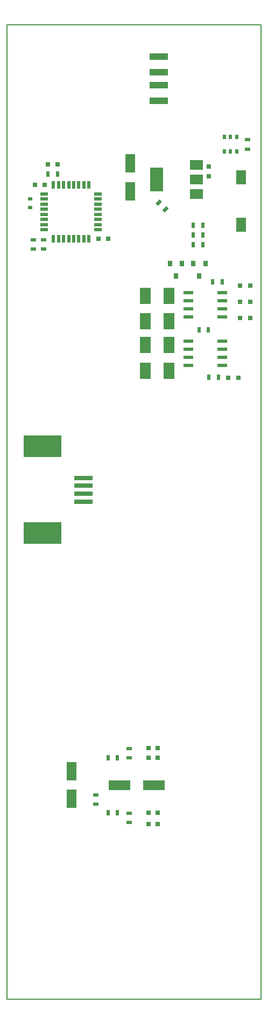
<source format=gbr>
G04 #@! TF.GenerationSoftware,KiCad,Pcbnew,(5.0.0-rc2-dev-311-g1dd4af297)*
G04 #@! TF.CreationDate,2018-06-08T08:48:50+02:00*
G04 #@! TF.ProjectId,resetUSB,72657365745553422E6B696361645F70,1.0*
G04 #@! TF.SameCoordinates,PX6ad8e7cPY2bcdfd4*
G04 #@! TF.FileFunction,Paste,Top*
G04 #@! TF.FilePolarity,Positive*
%FSLAX46Y46*%
G04 Gerber Fmt 4.6, Leading zero omitted, Abs format (unit mm)*
G04 Created by KiCad (PCBNEW (5.0.0-rc2-dev-311-g1dd4af297)) date 06/08/18 08:48:50*
%MOMM*%
%LPD*%
G01*
G04 APERTURE LIST*
%ADD10C,0.200000*%
%ADD11R,0.800000X0.750000*%
%ADD12R,0.500000X0.900000*%
%ADD13R,1.600000X3.000000*%
%ADD14R,0.900000X0.500000*%
%ADD15R,3.500000X1.600000*%
%ADD16R,3.000000X0.700000*%
%ADD17R,6.040000X3.400000*%
%ADD18R,1.800000X2.500000*%
%ADD19R,0.800000X0.900000*%
%ADD20R,1.550000X0.600000*%
%ADD21R,0.800000X0.800000*%
%ADD22R,0.600000X1.200000*%
%ADD23R,1.200000X0.600000*%
%ADD24R,3.000000X1.000000*%
%ADD25R,0.750000X0.800000*%
%ADD26R,2.000000X1.500000*%
%ADD27R,2.000000X3.800000*%
%ADD28R,1.600000X2.180000*%
%ADD29C,0.500000*%
%ADD30C,0.100000*%
%ADD31R,0.700000X0.600000*%
%ADD32R,0.510000X0.700000*%
G04 APERTURE END LIST*
D10*
X0Y0D02*
X0Y-153000000D01*
X40000000Y0D02*
X0Y0D01*
X40000000Y-153000000D02*
X40000000Y0D01*
X0Y-153000000D02*
X40000000Y-153000000D01*
D11*
X22234000Y-123775500D03*
X23734000Y-123775500D03*
D12*
X17384000Y-123779000D03*
X15884000Y-123779000D03*
D13*
X10160000Y-117180000D03*
X10160000Y-121580000D03*
D14*
X13970000Y-122416000D03*
X13970000Y-120916000D03*
D15*
X17704000Y-119457500D03*
X23104000Y-119457500D03*
D14*
X19174000Y-113631000D03*
X19174000Y-115131000D03*
X19174000Y-125291000D03*
X19174000Y-123791000D03*
D11*
X23734000Y-113553000D03*
X22234000Y-113553000D03*
X22222000Y-115143000D03*
X23722000Y-115143000D03*
X23734000Y-125491000D03*
X22234000Y-125491000D03*
D12*
X17384000Y-115143000D03*
X15884000Y-115143000D03*
D16*
X12000000Y-74875000D03*
X12000000Y-71125000D03*
X12000000Y-73625000D03*
X12000000Y-72375000D03*
D17*
X5580000Y-79800000D03*
X5580000Y-66200000D03*
D18*
X21775500Y-42545700D03*
X21775500Y-46545700D03*
X25458500Y-46545700D03*
X25458500Y-42545700D03*
X21775500Y-54292700D03*
X21775500Y-50292700D03*
D19*
X26566000Y-39451500D03*
X25616000Y-37451500D03*
X27516000Y-37451500D03*
X30249000Y-39451500D03*
X29299000Y-37451500D03*
X31199000Y-37451500D03*
D18*
X25458500Y-50292700D03*
X25458500Y-54292700D03*
D20*
X28486200Y-45849100D03*
X28486200Y-44579100D03*
X28486200Y-43309100D03*
X28486200Y-42039100D03*
X33886200Y-42039100D03*
X33886200Y-43309100D03*
X33886200Y-44579100D03*
X33886200Y-45849100D03*
X28486200Y-53469100D03*
X28486200Y-52199100D03*
X28486200Y-50929100D03*
X28486200Y-49659100D03*
X33886200Y-49659100D03*
X33886200Y-50929100D03*
X33886200Y-52199100D03*
X33886200Y-53469100D03*
D12*
X30198500Y-47879000D03*
X31698500Y-47879000D03*
X32320800Y-40309800D03*
X33820800Y-40309800D03*
D21*
X36360000Y-55413500D03*
X34760000Y-55413500D03*
D12*
X33262000Y-55372000D03*
X31762000Y-55372000D03*
X29309500Y-32939500D03*
X30809500Y-32939500D03*
D22*
X7292772Y-25091143D03*
X8092772Y-25091143D03*
X8892772Y-25091143D03*
X9692772Y-25091143D03*
X10492772Y-25091143D03*
X11292772Y-25091143D03*
X12092772Y-25091143D03*
X12892772Y-25091143D03*
D23*
X14342772Y-26541143D03*
X14342772Y-27341143D03*
X14342772Y-28141143D03*
X14342772Y-28941143D03*
X14342772Y-29741143D03*
X14342772Y-30541143D03*
X14342772Y-31341143D03*
X14342772Y-32141143D03*
D22*
X12892772Y-33591143D03*
X12092772Y-33591143D03*
X11292772Y-33591143D03*
X10492772Y-33591143D03*
X9692772Y-33591143D03*
X8892772Y-33591143D03*
X8092772Y-33591143D03*
X7292772Y-33591143D03*
D23*
X5842772Y-32141143D03*
X5842772Y-31341143D03*
X5842772Y-30541143D03*
X5842772Y-29741143D03*
X5842772Y-28941143D03*
X5842772Y-28141143D03*
X5842772Y-27341143D03*
X5842772Y-26541143D03*
D12*
X7937876Y-23392702D03*
X6437876Y-23392702D03*
D11*
X4403631Y-25120423D03*
X5903631Y-25120423D03*
X7949876Y-21868702D03*
X6449876Y-21868702D03*
D24*
X23833500Y-11923500D03*
X23833500Y-9423500D03*
X23833500Y-4923500D03*
X23833500Y-7423500D03*
D25*
X31748859Y-22257541D03*
X31748859Y-23757541D03*
D13*
X19380800Y-21742600D03*
X19380800Y-26142600D03*
D26*
X29818859Y-26577541D03*
X29818859Y-21977541D03*
X29818859Y-24277541D03*
D27*
X23518859Y-24277541D03*
D28*
X36856000Y-23951000D03*
X36856000Y-31351000D03*
D11*
X15922627Y-33580956D03*
X14422627Y-33580956D03*
D29*
X23879670Y-27882670D03*
D30*
G36*
X24374645Y-27741249D02*
X23738249Y-28377645D01*
X23384695Y-28024091D01*
X24021091Y-27387695D01*
X24374645Y-27741249D01*
X24374645Y-27741249D01*
G37*
D29*
X24940330Y-28943330D03*
D30*
G36*
X25435305Y-28801909D02*
X24798909Y-29438305D01*
X24445355Y-29084751D01*
X25081751Y-28448355D01*
X25435305Y-28801909D01*
X25435305Y-28801909D01*
G37*
D31*
X3596000Y-28691000D03*
X3596000Y-27291000D03*
D21*
X38225500Y-46020500D03*
X36625500Y-46020500D03*
X38225500Y-43480500D03*
X36625500Y-43480500D03*
X38225500Y-40940500D03*
X36625500Y-40940500D03*
D14*
X37872000Y-19511000D03*
X37872000Y-18011000D03*
D32*
X34216900Y-17564300D03*
X35166900Y-17564300D03*
X36116900Y-17564300D03*
X36116900Y-19884300D03*
X35166900Y-19884300D03*
X34216900Y-19884300D03*
D12*
X29309500Y-34463500D03*
X30809500Y-34463500D03*
X29309500Y-31415500D03*
X30809500Y-31415500D03*
D14*
X4114800Y-33717800D03*
X4114800Y-35217800D03*
X5765800Y-33717800D03*
X5765800Y-35217800D03*
M02*

</source>
